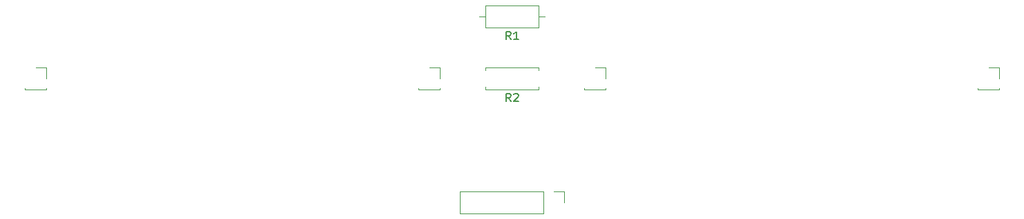
<source format=gbr>
%TF.GenerationSoftware,KiCad,Pcbnew,(6.0.5)*%
%TF.CreationDate,2022-08-08T19:37:45+02:00*%
%TF.ProjectId,Solar,536f6c61-722e-46b6-9963-61645f706362,rev?*%
%TF.SameCoordinates,Original*%
%TF.FileFunction,Legend,Top*%
%TF.FilePolarity,Positive*%
%FSLAX46Y46*%
G04 Gerber Fmt 4.6, Leading zero omitted, Abs format (unit mm)*
G04 Created by KiCad (PCBNEW (6.0.5)) date 2022-08-08 19:37:45*
%MOMM*%
%LPD*%
G01*
G04 APERTURE LIST*
%ADD10C,0.150000*%
%ADD11C,0.120000*%
G04 APERTURE END LIST*
D10*
%TO.C,R1*%
X144613333Y-99342380D02*
X144280000Y-98866190D01*
X144041904Y-99342380D02*
X144041904Y-98342380D01*
X144422857Y-98342380D01*
X144518095Y-98390000D01*
X144565714Y-98437619D01*
X144613333Y-98532857D01*
X144613333Y-98675714D01*
X144565714Y-98770952D01*
X144518095Y-98818571D01*
X144422857Y-98866190D01*
X144041904Y-98866190D01*
X145565714Y-99342380D02*
X144994285Y-99342380D01*
X145280000Y-99342380D02*
X145280000Y-98342380D01*
X145184761Y-98485238D01*
X145089523Y-98580476D01*
X144994285Y-98628095D01*
%TO.C,R2*%
X144613333Y-106962380D02*
X144280000Y-106486190D01*
X144041904Y-106962380D02*
X144041904Y-105962380D01*
X144422857Y-105962380D01*
X144518095Y-106010000D01*
X144565714Y-106057619D01*
X144613333Y-106152857D01*
X144613333Y-106295714D01*
X144565714Y-106390952D01*
X144518095Y-106438571D01*
X144422857Y-106486190D01*
X144041904Y-106486190D01*
X144994285Y-106057619D02*
X145041904Y-106010000D01*
X145137142Y-105962380D01*
X145375238Y-105962380D01*
X145470476Y-106010000D01*
X145518095Y-106057619D01*
X145565714Y-106152857D01*
X145565714Y-106248095D01*
X145518095Y-106390952D01*
X144946666Y-106962380D01*
X145565714Y-106962380D01*
D11*
%TO.C,SolarPanelConnector1*%
X148585000Y-120710000D02*
X138365000Y-120710000D01*
X151185000Y-118050000D02*
X151185000Y-119380000D01*
X148585000Y-118050000D02*
X138365000Y-118050000D01*
X138365000Y-118050000D02*
X138365000Y-120710000D01*
X148585000Y-118050000D02*
X148585000Y-120710000D01*
X149855000Y-118050000D02*
X151185000Y-118050000D01*
%TO.C,Solar1conn1*%
X201870000Y-105470000D02*
X204530000Y-105470000D01*
X204530000Y-102810000D02*
X204530000Y-104140000D01*
X203200000Y-102810000D02*
X204530000Y-102810000D01*
X204530000Y-105350000D02*
X204530000Y-105470000D01*
X201870000Y-105350000D02*
X201870000Y-105470000D01*
%TO.C,SolarJoin1*%
X135950000Y-102810000D02*
X135950000Y-104140000D01*
X134620000Y-102810000D02*
X135950000Y-102810000D01*
X133290000Y-105470000D02*
X135950000Y-105470000D01*
X133290000Y-105350000D02*
X133290000Y-105470000D01*
X135950000Y-105350000D02*
X135950000Y-105470000D01*
%TO.C,R1*%
X148050000Y-97890000D02*
X148050000Y-95150000D01*
X141510000Y-97890000D02*
X148050000Y-97890000D01*
X148820000Y-96520000D02*
X148050000Y-96520000D01*
X148050000Y-95150000D02*
X141510000Y-95150000D01*
X140740000Y-96520000D02*
X141510000Y-96520000D01*
X141510000Y-95150000D02*
X141510000Y-97890000D01*
%TO.C,Solar2conn1*%
X87690000Y-102810000D02*
X87690000Y-104140000D01*
X87690000Y-105350000D02*
X87690000Y-105470000D01*
X86360000Y-102810000D02*
X87690000Y-102810000D01*
X85030000Y-105470000D02*
X87690000Y-105470000D01*
X85030000Y-105350000D02*
X85030000Y-105470000D01*
%TO.C,SolarJoin2*%
X153610000Y-105470000D02*
X156270000Y-105470000D01*
X154940000Y-102810000D02*
X156270000Y-102810000D01*
X153610000Y-105350000D02*
X153610000Y-105470000D01*
X156270000Y-102810000D02*
X156270000Y-104140000D01*
X156270000Y-105350000D02*
X156270000Y-105470000D01*
%TO.C,R2*%
X148050000Y-105180000D02*
X148050000Y-105510000D01*
X148050000Y-105510000D02*
X141510000Y-105510000D01*
X148050000Y-102770000D02*
X141510000Y-102770000D01*
X141510000Y-105510000D02*
X141510000Y-105180000D01*
X141510000Y-102770000D02*
X141510000Y-103100000D01*
X148050000Y-103100000D02*
X148050000Y-102770000D01*
%TD*%
M02*

</source>
